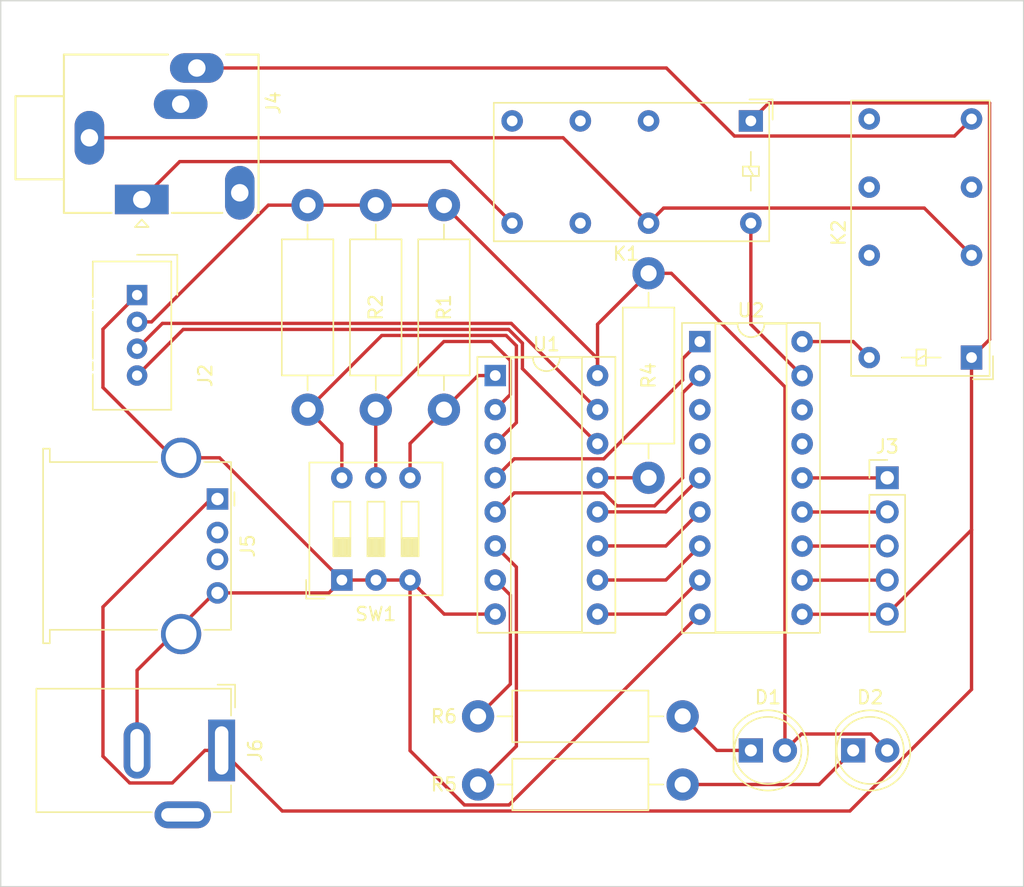
<source format=kicad_pcb>
(kicad_pcb (version 20221018) (generator pcbnew)
  (title_block (title "photogrammetry") (date "2023-09-24") (rev "1.1"))
  (layers (0 "F.Cu" signal) (31 "B.Cu" signal) (34 "B.Paste" user) (35 "F.Paste" user) (36 "B.SilkS" user "B.Silkscreen") (37 "F.SilkS" user "F.Silkscreen") (38 "B.Mask" user) (39 "F.Mask" user) (44 "Edge.Cuts" user))
  (net 0 "")
  (net 1 "GND")
  (net 2 "+5V")
  (net 3 "Net-(J2-Pin_3)")
  (net 4 "Net-(J2-Pin_4)")
  (net 5 "Net-(J3-Pin_1)")
  (net 6 "Net-(J3-Pin_2)")
  (net 7 "Net-(J3-Pin_3)")
  (net 8 "Net-(J3-Pin_4)")
  (net 9 "Net-(J3-Pin_5)")
  (net 10 "Net-(J4-PadR)")
  (net 11 "Net-(J4-PadS)")
  (net 12 "Net-(J4-PadT)")
  (net 21 "Net-(U1-A0)")
  (net 22 "Net-(U1-A1)")
  (net 23 "Net-(U1-A2)")
  (net 24 "Net-(U1-~{INT})")
  (net 25 "Net-(U1-P0)")
  (net 26 "Net-(U1-P1)")
  (net 27 "Net-(D1-K)")
  (net 28 "Net-(D2-K)")
  (net 29 "Net-(U1-P4)")
  (net 30 "Net-(U1-P5)")
  (net 31 "Net-(U1-P6)")
  (net 32 "Net-(U1-P7)")
  (net 33 "Net-(U2-O2)")
  (net 34 "Net-(U2-O1)")
  (net 42 "Net-(U1-P2)")
  (net 43 "Net-(U1-P3)")
  (footprint "Button_Switch_THT:SW_DIP_SPSTx03_Slide_9.78x9.8mm_W7.62mm_P2.54mm" (layer "F.Cu") (at 88.915 101.6 90)
    (fp_text reference "SW1" (at -2.54 2.525 180) (layer "F.SilkS"))
    (fp_text value "SW_DIP_x03" hide)
    (fp_line (start -1.38 -2.66) (end -1.38 -1.277) (stroke (width 0.12)) (layer "F.SilkS"))
    (fp_line (start -1.38 -2.66) (end 0.004 -2.66) (stroke (width 0.12)) (layer "F.SilkS"))
    (fp_line (start -1.14 -2.42) (end -1.14 7.5) (stroke (width 0.12)) (layer "F.SilkS"))
    (fp_line (start -1.14 -2.42) (end 8.76 -2.42) (stroke (width 0.12)) (layer "F.SilkS"))
    (fp_line (start -1.14 7.5) (end 8.76 7.5) (stroke (width 0.12)) (layer "F.SilkS"))
    (fp_line (start 1.78 -0.635) (end 1.78 0.635) (stroke (width 0.12)) (layer "F.SilkS"))
    (fp_line (start 1.78 -0.515) (end 3.133333 -0.515) (stroke (width 0.12)) (layer "F.SilkS"))
    (fp_line (start 1.78 -0.395) (end 3.133333 -0.395) (stroke (width 0.12)) (layer "F.SilkS"))
    (fp_line (start 1.78 -0.275) (end 3.133333 -0.275) (stroke (width 0.12)) (layer "F.SilkS"))
    (fp_line (start 1.78 -0.155) (end 3.133333 -0.155) (stroke (width 0.12)) (layer "F.SilkS"))
    (fp_line (start 1.78 -0.035) (end 3.133333 -0.035) (stroke (width 0.12)) (layer "F.SilkS"))
    (fp_line (start 1.78 0.085) (end 3.133333 0.085) (stroke (width 0.12)) (layer "F.SilkS"))
    (fp_line (start 1.78 0.205) (end 3.133333 0.205) (stroke (width 0.12)) (layer "F.SilkS"))
    (fp_line (start 1.78 0.325) (end 3.133333 0.325) (stroke (width 0.12)) (layer "F.SilkS"))
    (fp_line (start 1.78 0.445) (end 3.133333 0.445) (stroke (width 0.12)) (layer "F.SilkS"))
    (fp_line (start 1.78 0.565) (end 3.133333 0.565) (stroke (width 0.12)) (layer "F.SilkS"))
    (fp_line (start 1.78 0.635) (end 5.84 0.635) (stroke (width 0.12)) (layer "F.SilkS"))
    (fp_line (start 1.78 1.905) (end 1.78 3.175) (stroke (width 0.12)) (layer "F.SilkS"))
    (fp_line (start 1.78 2.025) (end 3.133333 2.025) (stroke (width 0.12)) (layer "F.SilkS"))
    (fp_line (start 1.78 2.145) (end 3.133333 2.145) (stroke (width 0.12)) (layer "F.SilkS"))
    (fp_line (start 1.78 2.265) (end 3.133333 2.265) (stroke (width 0.12)) (layer "F.SilkS"))
    (fp_line (start 1.78 2.385) (end 3.133333 2.385) (stroke (width 0.12)) (layer "F.SilkS"))
    (fp_line (start 1.78 2.505) (end 3.133333 2.505) (stroke (width 0.12)) (layer "F.SilkS"))
    (fp_line (start 1.78 2.625) (end 3.133333 2.625) (stroke (width 0.12)) (layer "F.SilkS"))
    (fp_line (start 1.78 2.745) (end 3.133333 2.745) (stroke (width 0.12)) (layer "F.SilkS"))
    (fp_line (start 1.78 2.865) (end 3.133333 2.865) (stroke (width 0.12)) (layer "F.SilkS"))
    (fp_line (start 1.78 2.985) (end 3.133333 2.985) (stroke (width 0.12)) (layer "F.SilkS"))
    (fp_line (start 1.78 3.105) (end 3.133333 3.105) (stroke (width 0.12)) (layer "F.SilkS"))
    (fp_line (start 1.78 3.175) (end 5.84 3.175) (stroke (width 0.12)) (layer "F.SilkS"))
    (fp_line (start 1.78 4.445) (end 1.78 5.715) (stroke (width 0.12)) (layer "F.SilkS"))
    (fp_line (start 1.78 4.565) (end 3.133333 4.565) (stroke (width 0.12)) (layer "F.SilkS"))
    (fp_line (start 1.78 4.685) (end 3.133333 4.685) (stroke (width 0.12)) (layer "F.SilkS"))
    (fp_line (start 1.78 4.805) (end 3.133333 4.805) (stroke (width 0.12)) (layer "F.SilkS"))
    (fp_line (start 1.78 4.925) (end 3.133333 4.925) (stroke (width 0.12)) (layer "F.SilkS"))
    (fp_line (start 1.78 5.045) (end 3.133333 5.045) (stroke (width 0.12)) (layer "F.SilkS"))
    (fp_line (start 1.78 5.165) (end 3.133333 5.165) (stroke (width 0.12)) (layer "F.SilkS"))
    (fp_line (start 1.78 5.285) (end 3.133333 5.285) (stroke (width 0.12)) (layer "F.SilkS"))
    (fp_line (start 1.78 5.405) (end 3.133333 5.405) (stroke (width 0.12)) (layer "F.SilkS"))
    (fp_line (start 1.78 5.525) (end 3.133333 5.525) (stroke (width 0.12)) (layer "F.SilkS"))
    (fp_line (start 1.78 5.645) (end 3.133333 5.645) (stroke (width 0.12)) (layer "F.SilkS"))
    (fp_line (start 1.78 5.715) (end 5.84 5.715) (stroke (width 0.12)) (layer "F.SilkS"))
    (fp_line (start 3.133333 -0.635) (end 3.133333 0.635) (stroke (width 0.12)) (layer "F.SilkS"))
    (fp_line (start 3.133333 1.905) (end 3.133333 3.175) (stroke (width 0.12)) (layer "F.SilkS"))
    (fp_line (start 3.133333 4.445) (end 3.133333 5.715) (stroke (width 0.12)) (layer "F.SilkS"))
    (fp_line (start 5.84 -0.635) (end 1.78 -0.635) (stroke (width 0.12)) (layer "F.SilkS"))
    (fp_line (start 5.84 0.635) (end 5.84 -0.635) (stroke (width 0.12)) (layer "F.SilkS"))
    (fp_line (start 5.84 1.905) (end 1.78 1.905) (stroke (width 0.12)) (layer "F.SilkS"))
    (fp_line (start 5.84 3.175) (end 5.84 1.905) (stroke (width 0.12)) (layer "F.SilkS"))
    (fp_line (start 5.84 4.445) (end 1.78 4.445) (stroke (width 0.12)) (layer "F.SilkS"))
    (fp_line (start 5.84 5.715) (end 5.84 4.445) (stroke (width 0.12)) (layer "F.SilkS"))
    (fp_line (start 8.76 -2.42) (end 8.76 7.5) (stroke (width 0.12)) (layer "F.SilkS"))
    (pad "1" thru_hole rect (at 0 0 90) (size 1.6 1.6) (drill 0.8) (layers "*.Cu" "*.Mask") (net 1 "GND"))
    (pad "2" thru_hole oval (at 0 2.54 90) (size 1.6 1.6) (drill 0.8) (layers "*.Cu" "*.Mask") (net 1 "GND"))
    (pad "3" thru_hole oval (at 0 5.08 90) (size 1.6 1.6) (drill 0.8) (layers "*.Cu" "*.Mask") (net 1 "GND"))
    (pad "4" thru_hole oval (at 7.62 5.08 90) (size 1.6 1.6) (drill 0.8) (layers "*.Cu" "*.Mask") (net 21 "Net-(U1-A0)"))
    (pad "5" thru_hole oval (at 7.62 2.54 90) (size 1.6 1.6) (drill 0.8) (layers "*.Cu" "*.Mask") (net 22 "Net-(U1-A1)"))
    (pad "6" thru_hole oval (at 7.62 0 90) (size 1.6 1.6) (drill 0.8) (layers "*.Cu" "*.Mask") (net 23 "Net-(U1-A2)"))
  )
  (footprint "Package_DIP:DIP-18_W7.62mm_Socket" (layer "F.Cu") (at 115.58 83.83)
    (fp_text reference "U2" (at 3.81 -2.33) (layer "F.SilkS"))
    (fp_text value "ULN2803A")
    (fp_line (start -1.33 -1.39) (end -1.33 21.71) (stroke (width 0.12)) (layer "F.SilkS"))
    (fp_line (start -1.33 21.71) (end 8.95 21.71) (stroke (width 0.12)) (layer "F.SilkS"))
    (fp_line (start 1.16 -1.33) (end 1.16 21.65) (stroke (width 0.12)) (layer "F.SilkS"))
    (fp_line (start 1.16 21.65) (end 6.46 21.65) (stroke (width 0.12)) (layer "F.SilkS"))
    (fp_line (start 2.81 -1.33) (end 1.16 -1.33) (stroke (width 0.12)) (layer "F.SilkS"))
    (fp_line (start 6.46 -1.33) (end 4.81 -1.33) (stroke (width 0.12)) (layer "F.SilkS"))
    (fp_line (start 6.46 21.65) (end 6.46 -1.33) (stroke (width 0.12)) (layer "F.SilkS"))
    (fp_line (start 8.95 -1.39) (end -1.33 -1.39) (stroke (width 0.12)) (layer "F.SilkS"))
    (fp_line (start 8.95 21.71) (end 8.95 -1.39) (stroke (width 0.12)) (layer "F.SilkS"))
    (fp_arc (start 4.81 -1.33) (mid 3.81 -0.33) (end 2.81 -1.33) (stroke (width 0.12)) (layer "F.SilkS"))
    (pad "1" thru_hole rect (at 0 0) (size 1.6 1.6) (drill 0.8) (layers "*.Cu" "*.Mask") (net 25 "Net-(U1-P0)"))
    (pad "2" thru_hole oval (at 0 2.54) (size 1.6 1.6) (drill 0.8) (layers "*.Cu" "*.Mask") (net 26 "Net-(U1-P1)"))
    (pad "3" thru_hole oval (at 0 5.08) (size 1.6 1.6) (drill 0.8) (layers "*.Cu" "*.Mask"))
    (pad "4" thru_hole oval (at 0 7.62) (size 1.6 1.6) (drill 0.8) (layers "*.Cu" "*.Mask"))
    (pad "5" thru_hole oval (at 0 10.16) (size 1.6 1.6) (drill 0.8) (layers "*.Cu" "*.Mask") (net 32 "Net-(U1-P7)"))
    (pad "6" thru_hole oval (at 0 12.7) (size 1.6 1.6) (drill 0.8) (layers "*.Cu" "*.Mask") (net 31 "Net-(U1-P6)"))
    (pad "7" thru_hole oval (at 0 15.24) (size 1.6 1.6) (drill 0.8) (layers "*.Cu" "*.Mask") (net 30 "Net-(U1-P5)"))
    (pad "8" thru_hole oval (at 0 17.78) (size 1.6 1.6) (drill 0.8) (layers "*.Cu" "*.Mask") (net 29 "Net-(U1-P4)"))
    (pad "9" thru_hole oval (at 0 20.32) (size 1.6 1.6) (drill 0.8) (layers "*.Cu" "*.Mask") (net 1 "GND"))
    (pad "10" thru_hole oval (at 7.62 20.32) (size 1.6 1.6) (drill 0.8) (layers "*.Cu" "*.Mask") (net 9 "Net-(J3-Pin_5)"))
    (pad "11" thru_hole oval (at 7.62 17.78) (size 1.6 1.6) (drill 0.8) (layers "*.Cu" "*.Mask") (net 8 "Net-(J3-Pin_4)"))
    (pad "12" thru_hole oval (at 7.62 15.24) (size 1.6 1.6) (drill 0.8) (layers "*.Cu" "*.Mask") (net 7 "Net-(J3-Pin_3)"))
    (pad "13" thru_hole oval (at 7.62 12.7) (size 1.6 1.6) (drill 0.8) (layers "*.Cu" "*.Mask") (net 6 "Net-(J3-Pin_2)"))
    (pad "14" thru_hole oval (at 7.62 10.16) (size 1.6 1.6) (drill 0.8) (layers "*.Cu" "*.Mask") (net 5 "Net-(J3-Pin_1)"))
    (pad "15" thru_hole oval (at 7.62 7.62) (size 1.6 1.6) (drill 0.8) (layers "*.Cu" "*.Mask"))
    (pad "16" thru_hole oval (at 7.62 5.08) (size 1.6 1.6) (drill 0.8) (layers "*.Cu" "*.Mask"))
    (pad "17" thru_hole oval (at 7.62 2.54) (size 1.6 1.6) (drill 0.8) (layers "*.Cu" "*.Mask") (net 33 "Net-(U2-O2)"))
    (pad "18" thru_hole oval (at 7.62 0) (size 1.6 1.6) (drill 0.8) (layers "*.Cu" "*.Mask") (net 34 "Net-(U2-O1)"))
  )
  (footprint "Connector_Audio:Jack_3.5mm_Ledino_KB3SPRS_Horizontal" (layer "F.Cu") (at 74.01 73.2375)
    (fp_text reference "J4" (at 9.81 -7.1975 90) (layer "F.SilkS"))
    (fp_text value "AudioJack3")
    (fp_line (start -9.4 -7.7) (end -9.4 -1.5) (stroke (width 0.15)) (layer "F.SilkS"))
    (fp_line (start -9.4 -1.5) (end -5.8 -1.5) (stroke (width 0.15)) (layer "F.SilkS"))
    (fp_line (start -5.8 -10.8) (end 1.95 -10.8) (stroke (width 0.15)) (layer "F.SilkS"))
    (fp_line (start -5.8 -7.7) (end -9.4 -7.7) (stroke (width 0.15)) (layer "F.SilkS"))
    (fp_line (start -5.8 1) (end -5.8 -10.8) (stroke (width 0.15)) (layer "F.SilkS"))
    (fp_line (start -2.25 1) (end -5.8 1) (stroke (width 0.15)) (layer "F.SilkS"))
    (fp_line (start -0.5 2.05) (end 0.5 2.05) (stroke (width 0.12)) (layer "F.SilkS"))
    (fp_line (start 0 1.5) (end -0.5 2.05) (stroke (width 0.12)) (layer "F.SilkS"))
    (fp_line (start 0.5 2.05) (end 0 1.5) (stroke (width 0.12)) (layer "F.SilkS"))
    (fp_line (start 6 1) (end 2.25 1) (stroke (width 0.15)) (layer "F.SilkS"))
    (fp_line (start 6.3 -10.8) (end 8.7 -10.8) (stroke (width 0.15)) (layer "F.SilkS"))
    (fp_line (start 8.7 -10.8) (end 8.7 1) (stroke (width 0.15)) (layer "F.SilkS"))
    (fp_line (start 8.7 1) (end 8.6 1) (stroke (width 0.15)) (layer "F.SilkS"))
    (pad "R" thru_hole oval (at 4.1 -9.8) (size 4 2.2) (drill 1.3) (layers "*.Cu" "*.Mask") (net 10 "Net-(J4-PadR)"))
    (pad "RN" thru_hole oval (at 2.9 -7.1) (size 4 2.2) (drill 1.3) (layers "*.Cu" "*.Mask"))
    (pad "S" thru_hole oval (at -3.9 -4.6) (size 2.2 4) (drill 1.3) (layers "*.Cu" "*.Mask") (net 11 "Net-(J4-PadS)"))
    (pad "T" thru_hole rect (at 0 0) (size 4 2.2) (drill 1.3) (layers "*.Cu" "*.Mask") (net 12 "Net-(J4-PadT)"))
    (pad "TN" thru_hole oval (at 7.3 -0.5 90) (size 4 2.2) (drill 1.3) (layers "*.Cu" "*.Mask"))
  )
  (footprint "Resistor_THT:R_Axial_DIN0411_L9.9mm_D3.6mm_P15.24mm_Horizontal" (layer "F.Cu") (at 114.3 111.76 180)
    (fp_text reference "R6" (at 17.78 0) (layer "F.SilkS"))
    (fp_text value "330")
    (fp_line (start 1.44 0) (end 2.55 0) (stroke (width 0.12)) (layer "F.SilkS"))
    (fp_line (start 2.55 -1.92) (end 2.55 1.92) (stroke (width 0.12)) (layer "F.SilkS"))
    (fp_line (start 2.55 1.92) (end 12.69 1.92) (stroke (width 0.12)) (layer "F.SilkS"))
    (fp_line (start 12.69 -1.92) (end 2.55 -1.92) (stroke (width 0.12)) (layer "F.SilkS"))
    (fp_line (start 12.69 1.92) (end 12.69 -1.92) (stroke (width 0.12)) (layer "F.SilkS"))
    (fp_line (start 13.8 0) (end 12.69 0) (stroke (width 0.12)) (layer "F.SilkS"))
    (pad "1" thru_hole circle (at 0 0 180) (size 2.4 2.4) (drill 1.2) (layers "*.Cu" "*.Mask") (net 27 "Net-(D1-K)"))
    (pad "2" thru_hole oval (at 15.24 0 180) (size 2.4 2.4) (drill 1.2) (layers "*.Cu" "*.Mask") (net 43 "Net-(U1-P3)"))
  )
  (footprint "Package_DIP:DIP-16_W7.62mm_Socket" (layer "F.Cu") (at 100.34 86.36)
    (fp_text reference "U1" (at 3.81 -2.33) (layer "F.SilkS"))
    (fp_text value "PCF8574")
    (fp_line (start -1.33 -1.39) (end -1.33 19.17) (stroke (width 0.12)) (layer "F.SilkS"))
    (fp_line (start -1.33 19.17) (end 8.95 19.17) (stroke (width 0.12)) (layer "F.SilkS"))
    (fp_line (start 1.16 -1.33) (end 1.16 19.11) (stroke (width 0.12)) (layer "F.SilkS"))
    (fp_line (start 1.16 19.11) (end 6.46 19.11) (stroke (width 0.12)) (layer "F.SilkS"))
    (fp_line (start 2.81 -1.33) (end 1.16 -1.33) (stroke (width 0.12)) (layer "F.SilkS"))
    (fp_line (start 6.46 -1.33) (end 4.81 -1.33) (stroke (width 0.12)) (layer "F.SilkS"))
    (fp_line (start 6.46 19.11) (end 6.46 -1.33) (stroke (width 0.12)) (layer "F.SilkS"))
    (fp_line (start 8.95 -1.39) (end -1.33 -1.39) (stroke (width 0.12)) (layer "F.SilkS"))
    (fp_line (start 8.95 19.17) (end 8.95 -1.39) (stroke (width 0.12)) (layer "F.SilkS"))
    (fp_arc (start 4.81 -1.33) (mid 3.81 -0.33) (end 2.81 -1.33) (stroke (width 0.12)) (layer "F.SilkS"))
    (pad "1" thru_hole rect (at 0 0) (size 1.6 1.6) (drill 0.8) (layers "*.Cu" "*.Mask") (net 21 "Net-(U1-A0)"))
    (pad "2" thru_hole oval (at 0 2.54) (size 1.6 1.6) (drill 0.8) (layers "*.Cu" "*.Mask") (net 22 "Net-(U1-A1)"))
    (pad "3" thru_hole oval (at 0 5.08) (size 1.6 1.6) (drill 0.8) (layers "*.Cu" "*.Mask") (net 23 "Net-(U1-A2)"))
    (pad "4" thru_hole oval (at 0 7.62) (size 1.6 1.6) (drill 0.8) (layers "*.Cu" "*.Mask") (net 25 "Net-(U1-P0)"))
    (pad "5" thru_hole oval (at 0 10.16) (size 1.6 1.6) (drill 0.8) (layers "*.Cu" "*.Mask") (net 26 "Net-(U1-P1)"))
    (pad "6" thru_hole oval (at 0 12.7) (size 1.6 1.6) (drill 0.8) (layers "*.Cu" "*.Mask") (net 42 "Net-(U1-P2)"))
    (pad "7" thru_hole oval (at 0 15.24) (size 1.6 1.6) (drill 0.8) (layers "*.Cu" "*.Mask") (net 43 "Net-(U1-P3)"))
    (pad "8" thru_hole oval (at 0 17.78) (size 1.6 1.6) (drill 0.8) (layers "*.Cu" "*.Mask") (net 1 "GND"))
    (pad "9" thru_hole oval (at 7.62 17.78) (size 1.6 1.6) (drill 0.8) (layers "*.Cu" "*.Mask") (net 29 "Net-(U1-P4)"))
    (pad "10" thru_hole oval (at 7.62 15.24) (size 1.6 1.6) (drill 0.8) (layers "*.Cu" "*.Mask") (net 30 "Net-(U1-P5)"))
    (pad "11" thru_hole oval (at 7.62 12.7) (size 1.6 1.6) (drill 0.8) (layers "*.Cu" "*.Mask") (net 31 "Net-(U1-P6)"))
    (pad "12" thru_hole oval (at 7.62 10.16) (size 1.6 1.6) (drill 0.8) (layers "*.Cu" "*.Mask") (net 32 "Net-(U1-P7)"))
    (pad "13" thru_hole oval (at 7.62 7.62) (size 1.6 1.6) (drill 0.8) (layers "*.Cu" "*.Mask") (net 24 "Net-(U1-~{INT})"))
    (pad "14" thru_hole oval (at 7.62 5.08) (size 1.6 1.6) (drill 0.8) (layers "*.Cu" "*.Mask") (net 4 "Net-(J2-Pin_4)"))
    (pad "15" thru_hole oval (at 7.62 2.54) (size 1.6 1.6) (drill 0.8) (layers "*.Cu" "*.Mask") (net 3 "Net-(J2-Pin_3)"))
    (pad "16" thru_hole oval (at 7.62 0) (size 1.6 1.6) (drill 0.8) (layers "*.Cu" "*.Mask") (net 2 "+5V"))
  )
  (footprint "LED_THT:LED_D5.0mm" (layer "F.Cu") (at 119.38 114.3)
    (fp_text reference "D1" (at 1.27 -3.96) (layer "F.SilkS"))
    (fp_text value "LED")
    (fp_line (start -1.29 -1.545) (end -1.29 1.545) (stroke (width 0.12)) (layer "F.SilkS"))
    (fp_arc (start -1.29 -1.54483) (mid 2.072002 -2.880433) (end 4.26 0.000462) (stroke (width 0.12)) (layer "F.SilkS"))
    (fp_arc (start 4.26 -0.000462) (mid 2.072002 2.880433) (end -1.29 1.54483) (stroke (width 0.12)) (layer "F.SilkS"))
    (fp_circle (center 1.27 0) (end 3.77 0) (stroke (width 0.12)) (fill none) (layer "F.SilkS"))
    (pad "1" thru_hole rect (at 0 0) (size 1.8 1.8) (drill 0.9) (layers "*.Cu" "*.Mask") (net 27 "Net-(D1-K)"))
    (pad "2" thru_hole circle (at 2.54 0) (size 1.8 1.8) (drill 0.9) (layers "*.Cu" "*.Mask") (net 2 "+5V"))
  )
  (footprint "Connector_PinHeader_2.54mm:PinHeader_1x05_P2.54mm_Vertical" (layer "F.Cu") (at 129.54 93.98)
    (fp_text reference "J3" (at 0 -2.33) (layer "F.SilkS"))
    (fp_text value "Conn_01x05" hide)
    (fp_line (start -1.33 -1.33) (end 0 -1.33) (stroke (width 0.12)) (layer "F.SilkS"))
    (fp_line (start -1.33 0) (end -1.33 -1.33) (stroke (width 0.12)) (layer "F.SilkS"))
    (fp_line (start -1.33 1.27) (end -1.33 11.49) (stroke (width 0.12)) (layer "F.SilkS"))
    (fp_line (start -1.33 1.27) (end 1.33 1.27) (stroke (width 0.12)) (layer "F.SilkS"))
    (fp_line (start -1.33 11.49) (end 1.33 11.49) (stroke (width 0.12)) (layer "F.SilkS"))
    (fp_line (start 1.33 1.27) (end 1.33 11.49) (stroke (width 0.12)) (layer "F.SilkS"))
    (pad "1" thru_hole rect (at 0 0) (size 1.7 1.7) (drill 1) (layers "*.Cu" "*.Mask") (net 5 "Net-(J3-Pin_1)"))
    (pad "2" thru_hole oval (at 0 2.54) (size 1.7 1.7) (drill 1) (layers "*.Cu" "*.Mask") (net 6 "Net-(J3-Pin_2)"))
    (pad "3" thru_hole oval (at 0 5.08) (size 1.7 1.7) (drill 1) (layers "*.Cu" "*.Mask") (net 7 "Net-(J3-Pin_3)"))
    (pad "4" thru_hole oval (at 0 7.62) (size 1.7 1.7) (drill 1) (layers "*.Cu" "*.Mask") (net 8 "Net-(J3-Pin_4)"))
    (pad "5" thru_hole oval (at 0 10.16) (size 1.7 1.7) (drill 1) (layers "*.Cu" "*.Mask") (net 9 "Net-(J3-Pin_5)"))
  )
  (footprint "LED_THT:LED_D5.0mm" (layer "F.Cu") (at 127 114.3)
    (fp_text reference "D2" (at 1.27 -3.96) (layer "F.SilkS"))
    (fp_text value "LED")
    (fp_line (start -1.29 -1.545) (end -1.29 1.545) (stroke (width 0.12)) (layer "F.SilkS"))
    (fp_arc (start -1.29 -1.54483) (mid 2.072002 -2.880433) (end 4.26 0.000462) (stroke (width 0.12)) (layer "F.SilkS"))
    (fp_arc (start 4.26 -0.000462) (mid 2.072002 2.880433) (end -1.29 1.54483) (stroke (width 0.12)) (layer "F.SilkS"))
    (fp_circle (center 1.27 0) (end 3.77 0) (stroke (width 0.12)) (fill none) (layer "F.SilkS"))
    (pad "1" thru_hole rect (at 0 0) (size 1.8 1.8) (drill 0.9) (layers "*.Cu" "*.Mask") (net 28 "Net-(D2-K)"))
    (pad "2" thru_hole circle (at 2.54 0) (size 1.8 1.8) (drill 0.9) (layers "*.Cu" "*.Mask") (net 2 "+5V"))
  )
  (footprint "Resistor_THT:R_Axial_DIN0411_L9.9mm_D3.6mm_P15.24mm_Horizontal" (layer "F.Cu") (at 91.44 73.66 -90)
    (fp_text reference "R2" (at 7.62 0 -90) (layer "F.SilkS"))
    (fp_text value "10k" hide)
    (fp_line (start 1.44 0) (end 2.55 0) (stroke (width 0.12)) (layer "F.SilkS"))
    (fp_line (start 2.55 -1.92) (end 2.55 1.92) (stroke (width 0.12)) (layer "F.SilkS"))
    (fp_line (start 2.55 1.92) (end 12.69 1.92) (stroke (width 0.12)) (layer "F.SilkS"))
    (fp_line (start 12.69 -1.92) (end 2.55 -1.92) (stroke (width 0.12)) (layer "F.SilkS"))
    (fp_line (start 12.69 1.92) (end 12.69 -1.92) (stroke (width 0.12)) (layer "F.SilkS"))
    (fp_line (start 13.8 0) (end 12.69 0) (stroke (width 0.12)) (layer "F.SilkS"))
    (pad "1" thru_hole circle (at 0 0 270) (size 2.4 2.4) (drill 1.2) (layers "*.Cu" "*.Mask") (net 2 "+5V"))
    (pad "2" thru_hole oval (at 15.24 0 270) (size 2.4 2.4) (drill 1.2) (layers "*.Cu" "*.Mask") (net 22 "Net-(U1-A1)"))
  )
  (footprint "Resistor_THT:R_Axial_DIN0411_L9.9mm_D3.6mm_P15.24mm_Horizontal" (layer "F.Cu") (at 114.3 116.84 180)
    (fp_text reference "R5" (at 17.78 0) (layer "F.SilkS"))
    (fp_text value "330")
    (fp_line (start 1.44 0) (end 2.55 0) (stroke (width 0.12)) (layer "F.SilkS"))
    (fp_line (start 2.55 -1.92) (end 2.55 1.92) (stroke (width 0.12)) (layer "F.SilkS"))
    (fp_line (start 2.55 1.92) (end 12.69 1.92) (stroke (width 0.12)) (layer "F.SilkS"))
    (fp_line (start 12.69 -1.92) (end 2.55 -1.92) (stroke (width 0.12)) (layer "F.SilkS"))
    (fp_line (start 12.69 1.92) (end 12.69 -1.92) (stroke (width 0.12)) (layer "F.SilkS"))
    (fp_line (start 13.8 0) (end 12.69 0) (stroke (width 0.12)) (layer "F.SilkS"))
    (pad "1" thru_hole circle (at 0 0 180) (size 2.4 2.4) (drill 1.2) (layers "*.Cu" "*.Mask") (net 28 "Net-(D2-K)"))
    (pad "2" thru_hole oval (at 15.24 0 180) (size 2.4 2.4) (drill 1.2) (layers "*.Cu" "*.Mask") (net 42 "Net-(U1-P2)"))
  )
  (footprint "Resistor_THT:R_Axial_DIN0411_L9.9mm_D3.6mm_P15.24mm_Horizontal" (layer "F.Cu") (at 86.36 73.66 -90)
    (fp_text reference "R3" hide)
    (fp_text value "10k" hide)
    (fp_line (start 1.44 0) (end 2.55 0) (stroke (width 0.12)) (layer "F.SilkS"))
    (fp_line (start 2.55 -1.92) (end 2.55 1.92) (stroke (width 0.12)) (layer "F.SilkS"))
    (fp_line (start 2.55 1.92) (end 12.69 1.92) (stroke (width 0.12)) (layer "F.SilkS"))
    (fp_line (start 12.69 -1.92) (end 2.55 -1.92) (stroke (width 0.12)) (layer "F.SilkS"))
    (fp_line (start 12.69 1.92) (end 12.69 -1.92) (stroke (width 0.12)) (layer "F.SilkS"))
    (fp_line (start 13.8 0) (end 12.69 0) (stroke (width 0.12)) (layer "F.SilkS"))
    (pad "1" thru_hole circle (at 0 0 270) (size 2.4 2.4) (drill 1.2) (layers "*.Cu" "*.Mask") (net 2 "+5V"))
    (pad "2" thru_hole oval (at 15.24 0 270) (size 2.4 2.4) (drill 1.2) (layers "*.Cu" "*.Mask") (net 23 "Net-(U1-A2)"))
  )
  (footprint "Connector_USB:USB_A_Stewart_SS-52100-001_Horizontal" (layer "F.Cu") (at 79.65 95.56 -90)
    (fp_text reference "J5" (at 3.5 -2.26 -90) (layer "F.SilkS"))
    (fp_text value "USB_A")
    (fp_line (start -3.75 12.49) (end -3.75 12.99) (stroke (width 0.12)) (layer "F.SilkS"))
    (fp_line (start -3.75 12.99) (end 10.75 12.99) (stroke (width 0.12)) (layer "F.SilkS"))
    (fp_line (start -2.75 -1.01) (end -2.75 0.99) (stroke (width 0.12)) (layer "F.SilkS"))
    (fp_line (start -2.75 4.49) (end -2.75 12.49) (stroke (width 0.12)) (layer "F.SilkS"))
    (fp_line (start -2.75 12.49) (end -3.75 12.49) (stroke (width 0.12)) (layer "F.SilkS"))
    (fp_line (start -0.5 -1.26) (end 0.5 -1.26) (stroke (width 0.12)) (layer "F.SilkS"))
    (fp_line (start 9.75 -1.01) (end -2.75 -1.01) (stroke (width 0.12)) (layer "F.SilkS"))
    (fp_line (start 9.75 0.99) (end 9.75 -1.01) (stroke (width 0.12)) (layer "F.SilkS"))
    (fp_line (start 9.75 12.49) (end 9.75 4.49) (stroke (width 0.12)) (layer "F.SilkS"))
    (fp_line (start 10.75 12.49) (end 9.75 12.49) (stroke (width 0.12)) (layer "F.SilkS"))
    (fp_line (start 10.75 12.99) (end 10.75 12.49) (stroke (width 0.12)) (layer "F.SilkS"))
    (pad "1" thru_hole rect (at 0 0 270) (size 1.6 1.6) (drill 0.92) (layers "*.Cu" "*.Mask") (net 9 "Net-(J3-Pin_5)"))
    (pad "2" thru_hole circle (at 2.5 0 270) (size 1.6 1.6) (drill 0.92) (layers "*.Cu" "*.Mask"))
    (pad "3" thru_hole circle (at 4.5 0 270) (size 1.6 1.6) (drill 0.92) (layers "*.Cu" "*.Mask"))
    (pad "4" thru_hole circle (at 7 0 270) (size 1.6 1.6) (drill 0.92) (layers "*.Cu" "*.Mask") (net 1 "GND"))
    (pad "5" thru_hole circle (at -3.07 2.71 270) (size 3 3) (drill 2.3) (layers "*.Cu" "*.Mask") (net 1 "GND"))
    (pad "5" thru_hole circle (at 10.07 2.71 270) (size 3 3) (drill 2.3) (layers "*.Cu" "*.Mask") (net 1 "GND"))
  )
  (footprint "Relay_THT:Relay_DPDT_Finder_30.22" (layer "F.Cu") (at 119.38 67.3825 180)
    (fp_text reference "K1" (at 9.3 -9.9) (layer "F.SilkS"))
    (fp_text value "RM84" hide)
    (fp_line (start -1.62 1.6) (end -1.62 0.1) (stroke (width 0.12)) (layer "F.SilkS"))
    (fp_line (start -1.37 -8.97) (end 19.15 -8.97) (stroke (width 0.12)) (layer "F.SilkS"))
    (fp_line (start -1.37 1.35) (end -1.37 -8.97) (stroke (width 0.12)) (layer "F.SilkS"))
    (fp_line (start -0.6 -4.1) (end -0.6 -3.4) (stroke (width 0.12)) (layer "F.SilkS"))
    (fp_line (start -0.6 -3.4) (end 0.6 -3.4) (stroke (width 0.12)) (layer "F.SilkS"))
    (fp_line (start 0 -4.1) (end 0 -5.2) (stroke (width 0.12)) (layer "F.SilkS"))
    (fp_line (start 0 -3.4) (end 0 -2.3) (stroke (width 0.12)) (layer "F.SilkS"))
    (fp_line (start 0.1 1.6) (end -1.62 1.6) (stroke (width 0.12)) (layer "F.SilkS"))
    (fp_line (start 0.2 -3.4) (end -0.2 -4.1) (stroke (width 0.12)) (layer "F.SilkS"))
    (fp_line (start 0.6 -4.1) (end -0.6 -4.1) (stroke (width 0.12)) (layer "F.SilkS"))
    (fp_line (start 0.6 -3.4) (end 0.6 -4.1) (stroke (width 0.12)) (layer "F.SilkS"))
    (fp_line (start 19.15 -8.97) (end 19.15 1.35) (stroke (width 0.12)) (layer "F.SilkS"))
    (fp_line (start 19.15 1.35) (end -1.37 1.35) (stroke (width 0.12)) (layer "F.SilkS"))
    (pad "11" thru_hole circle (at 7.62 0 270) (size 1.6 1.6) (drill 0.8) (layers "*.Cu" "*.Mask"))
    (pad "12" thru_hole circle (at 12.7 0 270) (size 1.6 1.6) (drill 0.8) (layers "*.Cu" "*.Mask"))
    (pad "14" thru_hole circle (at 17.78 0 270) (size 1.6 1.6) (drill 0.8) (layers "*.Cu" "*.Mask"))
    (pad "21" thru_hole circle (at 7.62 -7.62 270) (size 1.6 1.6) (drill 0.8) (layers "*.Cu" "*.Mask") (net 11 "Net-(J4-PadS)"))
    (pad "22" thru_hole circle (at 12.7 -7.62 270) (size 1.6 1.6) (drill 0.8) (layers "*.Cu" "*.Mask"))
    (pad "24" thru_hole circle (at 17.78 -7.62) (size 1.6 1.6) (drill 0.8) (layers "*.Cu" "*.Mask") (net 12 "Net-(J4-PadT)"))
    (pad "A1" thru_hole rect (at 0 0 270) (size 1.6 1.8) (drill 0.8) (layers "*.Cu" "*.Mask") (net 9 "Net-(J3-Pin_5)"))
    (pad "A2" thru_hole circle (at 0 -7.62 270) (size 1.6 1.6) (drill 0.8) (layers "*.Cu" "*.Mask") (net 33 "Net-(U2-O2)"))
  )
  (footprint "Connector_BarrelJack:BarrelJack_GCT_DCJ200-10-A_Horizontal" (layer "F.Cu") (at 79.96 114.3 -90)
    (fp_text reference "J6" (at 0 -2.5 90) (layer "F.SilkS"))
    (fp_text value "Barrel_Jack_Switch")
    (fp_line (start -4.9 -1) (end -4.9 0.3) (stroke (width 0.12)) (layer "F.SilkS"))
    (fp_line (start -4.6 -0.7) (end -2.6 -0.7) (stroke (width 0.12)) (layer "F.SilkS"))
    (fp_line (start -4.6 13.8) (end -4.6 -0.7) (stroke (width 0.12)) (layer "F.SilkS"))
    (fp_line (start -3.2 -1) (end -4.9 -1) (stroke (width 0.12)) (layer "F.SilkS"))
    (fp_line (start 2.6 -0.7) (end 4.6 -0.7) (stroke (width 0.12)) (layer "F.SilkS"))
    (fp_line (start 4.6 -0.7) (end 4.6 0.6) (stroke (width 0.12)) (layer "F.SilkS"))
    (fp_line (start 4.6 5.2) (end 4.6 13.8) (stroke (width 0.12)) (layer "F.SilkS"))
    (fp_line (start 4.6 13.8) (end -4.6 13.8) (stroke (width 0.12)) (layer "F.SilkS"))
    (pad "1" thru_hole rect (at 0 0 270) (size 4.6 2) (drill oval 3.6 1) (layers "*.Cu" "*.Mask") (net 9 "Net-(J3-Pin_5)"))
    (pad "2" thru_hole oval (at 0 6.3 270) (size 4.2 2) (drill oval 3.2 1) (layers "*.Cu" "*.Mask") (net 1 "GND"))
    (pad "3" thru_hole oval (at 4.8 2.9 270) (size 2 4.2) (drill oval 1 3.2) (layers "*.Cu" "*.Mask"))
  )
  (footprint "Connector:NS-Tech_Grove_1x04_P2mm_Vertical" (layer "F.Cu") (at 73.66 80.36)
    (fp_text reference "J2" (at 5.08 6 90) (layer "F.SilkS"))
    (fp_text value "Conn_01x04" hide)
    (fp_line (start -3.3 -2.5) (end -3.3 0.15) (stroke (width 0.12)) (layer "F.SilkS"))
    (fp_line (start -3.3 -2.5) (end 2.55 -2.5) (stroke (width 0.12)) (layer "F.SilkS"))
    (fp_line (start -3.3 0.4) (end -3.3 1) (stroke (width 0.12)) (layer "F.SilkS"))
    (fp_line (start -3.3 1.25) (end -3.3 4.75) (stroke (width 0.12)) (layer "F.SilkS"))
    (fp_line (start -3.3 5) (end -3.3 5.6) (stroke (width 0.12)) (layer "F.SilkS"))
    (fp_line (start -3.3 5.9) (end -3.3 8.55) (stroke (width 0.12)) (layer "F.SilkS"))
    (fp_line (start -3.3 8.55) (end 2.55 8.55) (stroke (width 0.12)) (layer "F.SilkS"))
    (fp_line (start 0 -3) (end 3 -3) (stroke (width 0.12)) (layer "F.SilkS"))
    (fp_line (start 2.55 -2.5) (end 2.55 8.55) (stroke (width 0.12)) (layer "F.SilkS"))
    (fp_line (start 3 -3) (end 3 0) (stroke (width 0.12)) (layer "F.SilkS"))
    (pad "1" thru_hole rect (at 0 0) (size 1.524 1.524) (drill 0.762) (layers "*.Cu" "*.Mask") (net 1 "GND"))
    (pad "2" thru_hole circle (at 0 2) (size 1.524 1.524) (drill 0.762) (layers "*.Cu" "*.Mask") (net 2 "+5V"))
    (pad "3" thru_hole circle (at 0 4) (size 1.524 1.524) (drill 0.762) (layers "*.Cu" "*.Mask") (net 3 "Net-(J2-Pin_3)"))
    (pad "4" thru_hole circle (at 0 6) (size 1.524 1.524) (drill 0.762) (layers "*.Cu" "*.Mask") (net 4 "Net-(J2-Pin_4)"))
  )
  (footprint "Resistor_THT:R_Axial_DIN0411_L9.9mm_D3.6mm_P15.24mm_Horizontal" (layer "F.Cu") (at 96.52 73.66 -90)
    (fp_text reference "R1" (at 7.62 0 90) (layer "F.SilkS"))
    (fp_text value "10k" hide)
    (fp_line (start 1.44 0) (end 2.55 0) (stroke (width 0.12)) (layer "F.SilkS"))
    (fp_line (start 2.55 -1.92) (end 2.55 1.92) (stroke (width 0.12)) (layer "F.SilkS"))
    (fp_line (start 2.55 1.92) (end 12.69 1.92) (stroke (width 0.12)) (layer "F.SilkS"))
    (fp_line (start 12.69 -1.92) (end 2.55 -1.92) (stroke (width 0.12)) (layer "F.SilkS"))
    (fp_line (start 12.69 1.92) (end 12.69 -1.92) (stroke (width 0.12)) (layer "F.SilkS"))
    (fp_line (start 13.8 0) (end 12.69 0) (stroke (width 0.12)) (layer "F.SilkS"))
    (pad "1" thru_hole circle (at 0 0 270) (size 2.4 2.4) (drill 1.2) (layers "*.Cu" "*.Mask") (net 2 "+5V"))
    (pad "2" thru_hole oval (at 15.24 0 270) (size 2.4 2.4) (drill 1.2) (layers "*.Cu" "*.Mask") (net 21 "Net-(U1-A0)"))
  )
  (footprint "Resistor_THT:R_Axial_DIN0411_L9.9mm_D3.6mm_P15.24mm_Horizontal" (layer "F.Cu") (at 111.76 78.74 -90)
    (fp_text reference "R4" (at 7.62 0 90) (layer "F.SilkS"))
    (fp_text value "10k" hide)
    (fp_line (start 1.44 0) (end 2.55 0) (stroke (width 0.12)) (layer "F.SilkS"))
    (fp_line (start 2.55 -1.92) (end 2.55 1.92) (stroke (width 0.12)) (layer "F.SilkS"))
    (fp_line (start 2.55 1.92) (end 12.69 1.92) (stroke (width 0.12)) (layer "F.SilkS"))
    (fp_line (start 12.69 -1.92) (end 2.55 -1.92) (stroke (width 0.12)) (layer "F.SilkS"))
    (fp_line (start 12.69 1.92) (end 12.69 -1.92) (stroke (width 0.12)) (layer "F.SilkS"))
    (fp_line (start 13.8 0) (end 12.69 0) (stroke (width 0.12)) (layer "F.SilkS"))
    (pad "1" thru_hole circle (at 0 0 270) (size 2.4 2.4) (drill 1.2) (layers "*.Cu" "*.Mask") (net 2 "+5V"))
    (pad "2" thru_hole oval (at 15.24 0 270) (size 2.4 2.4) (drill 1.2) (layers "*.Cu" "*.Mask") (net 24 "Net-(U1-~{INT})"))
  )
  (footprint "Relay_THT:Relay_DPDT_Finder_30.22" (layer "F.Cu") (at 135.8175 85.0175 90)
    (fp_text reference "K2" (at 9.3 -9.9 90) (layer "F.SilkS"))
    (fp_text value "RM84" hide)
    (fp_line (start -1.62 1.6) (end -1.62 0.1) (stroke (width 0.12)) (layer "F.SilkS"))
    (fp_line (start -1.37 -8.97) (end 19.15 -8.97) (stroke (width 0.12)) (layer "F.SilkS"))
    (fp_line (start -1.37 1.35) (end -1.37 -8.97) (stroke (width 0.12)) (layer "F.SilkS"))
    (fp_line (start -0.6 -4.1) (end -0.6 -3.4) (stroke (width 0.12)) (layer "F.SilkS"))
    (fp_line (start -0.6 -3.4) (end 0.6 -3.4) (stroke (width 0.12)) (layer "F.SilkS"))
    (fp_line (start 0 -4.1) (end 0 -5.2) (stroke (width 0.12)) (layer "F.SilkS"))
    (fp_line (start 0 -3.4) (end 0 -2.3) (stroke (width 0.12)) (layer "F.SilkS"))
    (fp_line (start 0.1 1.6) (end -1.62 1.6) (stroke (width 0.12)) (layer "F.SilkS"))
    (fp_line (start 0.2 -3.4) (end -0.2 -4.1) (stroke (width 0.12)) (layer "F.SilkS"))
    (fp_line (start 0.6 -4.1) (end -0.6 -4.1) (stroke (width 0.12)) (layer "F.SilkS"))
    (fp_line (start 0.6 -3.4) (end 0.6 -4.1) (stroke (width 0.12)) (layer "F.SilkS"))
    (fp_line (start 19.15 -8.97) (end 19.15 1.35) (stroke (width 0.12)) (layer "F.SilkS"))
    (fp_line (start 19.15 1.35) (end -1.37 1.35) (stroke (width 0.12)) (layer "F.SilkS"))
    (pad "11" thru_hole circle (at 7.62 0 180) (size 1.6 1.6) (drill 0.8) (layers "*.Cu" "*.Mask") (net 11 "Net-(J4-PadS)"))
    (pad "12" thru_hole circle (at 12.7 0 180) (size 1.6 1.6) (drill 0.8) (layers "*.Cu" "*.Mask"))
    (pad "14" thru_hole circle (at 17.78 0 180) (size 1.6 1.6) (drill 0.8) (layers "*.Cu" "*.Mask") (net 10 "Net-(J4-PadR)"))
    (pad "21" thru_hole circle (at 7.62 -7.62 180) (size 1.6 1.6) (drill 0.8) (layers "*.Cu" "*.Mask"))
    (pad "22" thru_hole circle (at 12.7 -7.62 180) (size 1.6 1.6) (drill 0.8) (layers "*.Cu" "*.Mask"))
    (pad "24" thru_hole circle (at 17.78 -7.62 270) (size 1.6 1.6) (drill 0.8) (layers "*.Cu" "*.Mask"))
    (pad "A1" thru_hole rect (at 0 0 180) (size 1.6 1.8) (drill 0.8) (layers "*.Cu" "*.Mask") (net 9 "Net-(J3-Pin_5)"))
    (pad "A2" thru_hole circle (at 0 -7.62 180) (size 1.6 1.6) (drill 0.8) (layers "*.Cu" "*.Mask") (net 34 "Net-(U2-O1)"))
  )
  (gr_rect (start 63.5 58.42) (end 139.7 124.46) (stroke (width 0.1)) (fill none) (layer "Edge.Cuts"))
  (segment (start 80.04 102.56) (end 87.955 102.56) (width 0.25) (layer "F.Cu") (net 1))
  (segment (start 73.66 114.3) (end 73.66 108.33) (width 0.25) (layer "F.Cu") (net 1))
  (segment (start 88.915 101.6) (end 79.805 92.49) (width 0.25) (layer "F.Cu") (net 1))
  (segment (start 93.995 114.315) (end 93.995 101.6) (width 0.25) (layer "F.Cu") (net 1))
  (segment (start 71.12 82.9) (end 73.66 80.36) (width 0.25) (layer "F.Cu") (net 1))
  (segment (start 73.66 108.33) (end 76.36 105.63) (width 0.25) (layer "F.Cu") (net 1))
  (segment (start 100.34 104.14) (end 96.535 104.14) (width 0.25) (layer "F.Cu") (net 1))
  (segment (start 87.955 102.56) (end 88.915 101.6) (width 0.25) (layer "F.Cu") (net 1))
  (segment (start 91.455 101.6) (end 88.915 101.6) (width 0.25) (layer "F.Cu") (net 1))
  (segment (start 80.04 102.56) (end 79.43 102.56) (width 0.25) (layer "F.Cu") (net 1))
  (segment (start 71.12 87.25) (end 71.12 82.9) (width 0.25) (layer "F.Cu") (net 1))
  (segment (start 79.805 92.49) (end 76.36 92.49) (width 0.25) (layer "F.Cu") (net 1))
  (segment (start 96.535 104.14) (end 93.995 101.6) (width 0.25) (layer "F.Cu") (net 1))
  (segment (start 101.365 118.365) (end 98.045 118.365) (width 0.25) (layer "F.Cu") (net 1))
  (segment (start 98.045 118.365) (end 93.995 114.315) (width 0.25) (layer "F.Cu") (net 1))
  (segment (start 115.58 104.15) (end 101.365 118.365) (width 0.25) (layer "F.Cu") (net 1))
  (segment (start 79.43 102.56) (end 76.36 105.63) (width 0.25) (layer "F.Cu") (net 1))
  (segment (start 76.36 92.49) (end 71.12 87.25) (width 0.25) (layer "F.Cu") (net 1))
  (segment (start 93.995 101.6) (end 91.455 101.6) (width 0.25) (layer "F.Cu") (net 1))
  (segment (start 123.145 113.075) (end 128.315 113.075) (width 0.25) (layer "F.Cu") (net 2))
  (segment (start 73.66 82.36) (end 74.73763 82.36) (width 0.25) (layer "F.Cu") (net 2))
  (segment (start 83.43763 73.66) (end 86.36 73.66) (width 0.25) (layer "F.Cu") (net 2))
  (segment (start 74.73763 82.36) (end 83.43763 73.66) (width 0.25) (layer "F.Cu") (net 2))
  (segment (start 96.52 73.66) (end 107.96 85.1) (width 0.25) (layer "F.Cu") (net 2))
  (segment (start 121.92 87.202944) (end 113.457056 78.74) (width 0.25) (layer "F.Cu") (net 2))
  (segment (start 86.36 73.66) (end 91.44 73.66) (width 0.25) (layer "F.Cu") (net 2))
  (segment (start 111.76 78.74) (end 107.96 82.54) (width 0.25) (layer "F.Cu") (net 2))
  (segment (start 121.92 114.3) (end 123.145 113.075) (width 0.25) (layer "F.Cu") (net 2))
  (segment (start 107.96 82.54) (end 107.96 86.36) (width 0.25) (layer "F.Cu") (net 2))
  (segment (start 128.315 113.075) (end 129.54 114.3) (width 0.25) (layer "F.Cu") (net 2))
  (segment (start 91.44 73.66) (end 96.52 73.66) (width 0.25) (layer "F.Cu") (net 2))
  (segment (start 113.457056 78.74) (end 111.76 78.74) (width 0.25) (layer "F.Cu") (net 2))
  (segment (start 107.96 85.1) (end 107.96 86.36) (width 0.25) (layer "F.Cu") (net 2))
  (segment (start 121.92 114.3) (end 121.92 87.202944) (width 0.25) (layer "F.Cu") (net 2))
  (segment (start 101.53 82.47) (end 107.96 88.9) (width 0.25) (layer "F.Cu") (net 3))
  (segment (start 75.55 82.47) (end 101.53 82.47) (width 0.25) (layer "F.Cu") (net 3))
  (segment (start 73.66 84.36) (end 75.55 82.47) (width 0.25) (layer "F.Cu") (net 3))
  (segment (start 77.1 82.92) (end 73.66 86.36) (width 0.25) (layer "F.Cu") (net 4))
  (segment (start 101.336396 82.92) (end 77.1 82.92) (width 0.25) (layer "F.Cu") (net 4))
  (segment (start 102.365 83.948604) (end 101.336396 82.92) (width 0.25) (layer "F.Cu") (net 4))
  (segment (start 102.365 85.845) (end 102.365 83.948604) (width 0.25) (layer "F.Cu") (net 4))
  (segment (start 107.96 91.44) (end 102.365 85.845) (width 0.25) (layer "F.Cu") (net 4))
  (segment (start 123.2 93.99) (end 129.53 93.99) (width 0.25) (layer "F.Cu") (net 5))
  (segment (start 129.53 93.99) (end 129.54 93.98) (width 0.25) (layer "F.Cu") (net 5))
  (segment (start 129.53 96.53) (end 129.54 96.52) (width 0.25) (layer "F.Cu") (net 6))
  (segment (start 123.2 96.53) (end 129.53 96.53) (width 0.25) (layer "F.Cu") (net 6))
  (segment (start 123.2 99.07) (end 129.53 99.07) (width 0.25) (layer "F.Cu") (net 7))
  (segment (start 129.53 99.07) (end 129.54 99.06) (width 0.25) (layer "F.Cu") (net 7))
  (segment (start 129.53 101.61) (end 129.54 101.6) (width 0.25) (layer "F.Cu") (net 8))
  (segment (start 123.2 101.61) (end 129.53 101.61) (width 0.25) (layer "F.Cu") (net 8))
  (segment (start 137.16 83.675) (end 137.16 66.04) (width 0.25) (layer "F.Cu") (net 9))
  (segment (start 120.7225 66.04) (end 119.38 67.3825) (width 0.25) (layer "F.Cu") (net 9))
  (segment (start 79.165 95.56) (end 80.04 95.56) (width 0.25) (layer "F.Cu") (net 9))
  (segment (start 84.475 118.815) (end 126.757412 118.815) (width 0.25) (layer "F.Cu") (net 9))
  (segment (start 137.16 66.04) (end 120.7225 66.04) (width 0.25) (layer "F.Cu") (net 9))
  (segment (start 129.54 104.14) (end 135.8175 97.8625) (width 0.25) (layer "F.Cu") (net 9))
  (segment (start 129.53 104.15) (end 129.54 104.14) (width 0.25) (layer "F.Cu") (net 9))
  (segment (start 79.96 114.3) (end 78.71 114.3) (width 0.25) (layer "F.Cu") (net 9))
  (segment (start 78.71 114.3) (end 76.285 116.725) (width 0.25) (layer "F.Cu") (net 9))
  (segment (start 126.757412 118.815) (end 135.8175 109.754912) (width 0.25) (layer "F.Cu") (net 9))
  (segment (start 135.8175 97.8625) (end 135.8175 85.0175) (width 0.25) (layer "F.Cu") (net 9))
  (segment (start 73.111167 116.725) (end 71.12 114.733833) (width 0.25) (layer "F.Cu") (net 9))
  (segment (start 79.96 114.3) (end 84.475 118.815) (width 0.25) (layer "F.Cu") (net 9))
  (segment (start 135.8175 85.0175) (end 137.16 83.675) (width 0.25) (layer "F.Cu") (net 9))
  (segment (start 123.2 104.15) (end 129.53 104.15) (width 0.25) (layer "F.Cu") (net 9))
  (segment (start 71.12 103.605) (end 79.165 95.56) (width 0.25) (layer "F.Cu") (net 9))
  (segment (start 71.12 114.733833) (end 71.12 103.605) (width 0.25) (layer "F.Cu") (net 9))
  (segment (start 135.8175 109.754912) (end 135.8175 97.8625) (width 0.25) (layer "F.Cu") (net 9))
  (segment (start 76.285 116.725) (end 73.111167 116.725) (width 0.25) (layer "F.Cu") (net 9))
  (segment (start 113.085 63.4375) (end 118.155 68.5075) (width 0.25) (layer "F.Cu") (net 10))
  (segment (start 118.155 68.5075) (end 134.5475 68.5075) (width 0.25) (layer "F.Cu") (net 10))
  (segment (start 78.11 63.4375) (end 113.085 63.4375) (width 0.25) (layer "F.Cu") (net 10))
  (segment (start 134.5475 68.5075) (end 135.8175 67.2375) (width 0.25) (layer "F.Cu") (net 10))
  (segment (start 70.11 68.6375) (end 105.395 68.6375) (width 0.25) (layer "F.Cu") (net 11))
  (segment (start 135.8175 77.3975) (end 132.2975 73.8775) (width 0.25) (layer "F.Cu") (net 11))
  (segment (start 105.395 68.6375) (end 111.76 75.0025) (width 0.25) (layer "F.Cu") (net 11))
  (segment (start 132.2975 73.8775) (end 112.885 73.8775) (width 0.25) (layer "F.Cu") (net 11))
  (segment (start 112.885 73.8775) (end 111.76 75.0025) (width 0.25) (layer "F.Cu") (net 11))
  (segment (start 76.835 70.4125) (end 97.01 70.4125) (width 0.25) (layer "F.Cu") (net 12))
  (segment (start 74.01 73.2375) (end 76.835 70.4125) (width 0.25) (layer "F.Cu") (net 12))
  (segment (start 97.01 70.4125) (end 101.6 75.0025) (width 0.25) (layer "F.Cu") (net 12))
  (segment (start 99.06 86.36) (end 96.52 88.9) (width 0.25) (layer "F.Cu") (net 21))
  (segment (start 100.34 86.36) (end 99.06 86.36) (width 0.25) (layer "F.Cu") (net 21))
  (segment (start 93.995 91.425) (end 93.995 93.98) (width 0.25) (layer "F.Cu") (net 21))
  (segment (start 96.52 88.9) (end 93.995 91.425) (width 0.25) (layer "F.Cu") (net 21))
  (segment (start 91.44 93.965) (end 91.455 93.98) (width 0.25) (layer "F.Cu") (net 22))
  (segment (start 101.465 85.235) (end 100.05 83.82) (width 0.25) (layer "F.Cu") (net 22))
  (segment (start 96.52 83.82) (end 91.44 88.9) (width 0.25) (layer "F.Cu") (net 22))
  (segment (start 101.465 87.775) (end 101.465 85.235) (width 0.25) (layer "F.Cu") (net 22))
  (segment (start 91.44 88.9) (end 91.44 93.965) (width 0.25) (layer "F.Cu") (net 22))
  (segment (start 100.05 83.82) (end 96.52 83.82) (width 0.25) (layer "F.Cu") (net 22))
  (segment (start 100.34 88.9) (end 101.465 87.775) (width 0.25) (layer "F.Cu") (net 22))
  (segment (start 101.915 89.865) (end 101.915 84.135) (width 0.25) (layer "F.Cu") (net 23))
  (segment (start 86.36 88.9) (end 88.915 91.455) (width 0.25) (layer "F.Cu") (net 23))
  (segment (start 91.89 83.37) (end 86.36 88.9) (width 0.25) (layer "F.Cu") (net 23))
  (segment (start 101.15 83.37) (end 91.89 83.37) (width 0.25) (layer "F.Cu") (net 23))
  (segment (start 100.34 91.44) (end 101.915 89.865) (width 0.25) (layer "F.Cu") (net 23))
  (segment (start 101.915 84.135) (end 101.15 83.37) (width 0.25) (layer "F.Cu") (net 23))
  (segment (start 88.915 91.455) (end 88.915 93.98) (width 0.25) (layer "F.Cu") (net 23))
  (segment (start 111.76 93.98) (end 107.96 93.98) (width 0.25) (layer "F.Cu") (net 24))
  (segment (start 114.3 86.690991) (end 114.3 85.11) (width 0.25) (layer "F.Cu") (net 25))
  (segment (start 114.3 85.11) (end 115.58 83.83) (width 0.25) (layer "F.Cu") (net 25))
  (segment (start 108.425991 92.565) (end 114.3 86.690991) (width 0.25) (layer "F.Cu") (net 25))
  (segment (start 100.34 93.98) (end 101.755 92.565) (width 0.25) (layer "F.Cu") (net 25))
  (segment (start 101.755 92.565) (end 108.425991 92.565) (width 0.25) (layer "F.Cu") (net 25))
  (segment (start 114.3 87.65) (end 115.58 86.37) (width 0.25) (layer "F.Cu") (net 26))
  (segment (start 109.390991 96.07) (end 112.21 96.07) (width 0.25) (layer "F.Cu") (net 26))
  (segment (start 112.21 96.07) (end 114.3 93.98) (width 0.25) (layer "F.Cu") (net 26))
  (segment (start 100.34 96.52) (end 101.755 95.105) (width 0.25) (layer "F.Cu") (net 26))
  (segment (start 108.425991 95.105) (end 109.390991 96.07) (width 0.25) (layer "F.Cu") (net 26))
  (segment (start 101.755 95.105) (end 108.425991 95.105) (width 0.25) (layer "F.Cu") (net 26))
  (segment (start 114.3 93.98) (end 114.3 87.65) (width 0.25) (layer "F.Cu") (net 26))
  (segment (start 116.84 114.3) (end 119.38 114.3) (width 0.25) (layer "F.Cu") (net 27))
  (segment (start 114.3 111.76) (end 116.84 114.3) (width 0.25) (layer "F.Cu") (net 27))
  (segment (start 124.46 116.84) (end 127 114.3) (width 0.25) (layer "F.Cu") (net 28))
  (segment (start 114.3 116.84) (end 124.46 116.84) (width 0.25) (layer "F.Cu") (net 28))
  (segment (start 113.05 104.14) (end 115.58 101.61) (width 0.25) (layer "F.Cu") (net 29))
  (segment (start 107.96 104.14) (end 113.05 104.14) (width 0.25) (layer "F.Cu") (net 29))
  (segment (start 107.96 101.6) (end 113.05 101.6) (width 0.25) (layer "F.Cu") (net 30))
  (segment (start 113.05 101.6) (end 115.58 99.07) (width 0.25) (layer "F.Cu") (net 30))
  (segment (start 107.96 99.06) (end 113.05 99.06) (width 0.25) (layer "F.Cu") (net 31))
  (segment (start 113.05 99.06) (end 115.58 96.53) (width 0.25) (layer "F.Cu") (net 31))
  (segment (start 113.05 96.52) (end 115.58 93.99) (width 0.25) (layer "F.Cu") (net 32))
  (segment (start 107.96 96.52) (end 113.05 96.52) (width 0.25) (layer "F.Cu") (net 32))
  (segment (start 119.38 82.55) (end 123.2 86.37) (width 0.25) (layer "F.Cu") (net 33))
  (segment (start 119.38 75.0025) (end 119.38 82.55) (width 0.25) (layer "F.Cu") (net 33))
  (segment (start 127.01 83.83) (end 128.1975 85.0175) (width 0.25) (layer "F.Cu") (net 34))
  (segment (start 123.2 83.83) (end 127.01 83.83) (width 0.25) (layer "F.Cu") (net 34))
  (segment (start 100.34 99.06) (end 101.915 100.635) (width 0.25) (layer "F.Cu") (net 42))
  (segment (start 101.915 113.985) (end 99.06 116.84) (width 0.25) (layer "F.Cu") (net 42))
  (segment (start 101.915 100.635) (end 101.915 113.985) (width 0.25) (layer "F.Cu") (net 42))
  (segment (start 100.34 101.6) (end 101.465 102.725) (width 0.25) (layer "F.Cu") (net 43))
  (segment (start 101.465 102.725) (end 101.465 109.355) (width 0.25) (layer "F.Cu") (net 43))
  (segment (start 101.465 109.355) (end 99.06 111.76) (width 0.25) (layer "F.Cu") (net 43))
)
</source>
